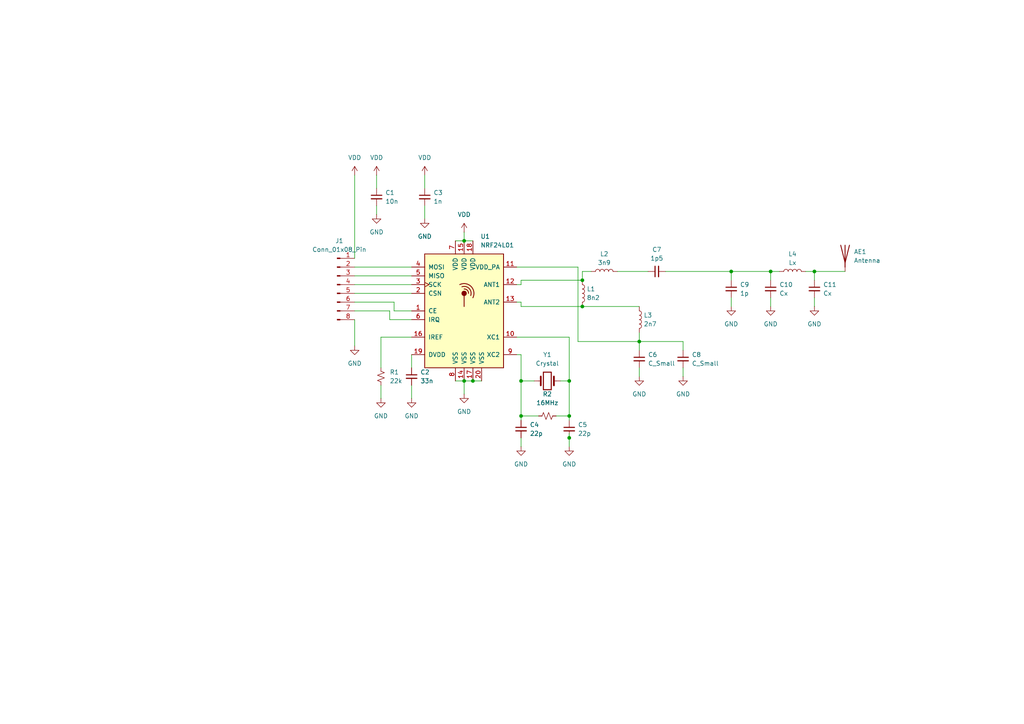
<source format=kicad_sch>
(kicad_sch (version 20231120) (generator "eeschema") (generator_version "8.0")
  (paper "A4")
  (lib_symbols
    (symbol "Connector:Conn_01x08_Pin" (pin_names (offset 1.016) hide)
      (property "Reference" "J" (at 0 10.16 0))
      (property "Value" "Conn_01x08_Pin" (at 0 -12.7 0))
      (symbol "Conn_01x08_Pin_1_1"
        (polyline (pts (xy 1.27 -10.16) (xy 0.8636 -10.16)) (stroke (width 0.1524)))
        (polyline (pts (xy 1.27 -7.62) (xy 0.8636 -7.62)) (stroke (width 0.1524)))
        (polyline (pts (xy 1.27 -5.08) (xy 0.8636 -5.08)) (stroke (width 0.1524)))
        (polyline (pts (xy 1.27 -2.54) (xy 0.8636 -2.54)) (stroke (width 0.1524)))
        (polyline (pts (xy 1.27 0) (xy 0.8636 0)) (stroke (width 0.1524)))
        (polyline (pts (xy 1.27 2.54) (xy 0.8636 2.54)) (stroke (width 0.1524)))
        (polyline (pts (xy 1.27 5.08) (xy 0.8636 5.08)) (stroke (width 0.1524)))
        (polyline (pts (xy 1.27 7.62) (xy 0.8636 7.62)) (stroke (width 0.1524)))
        (rectangle (start 0.8636 -10.033) (end 0 -10.287) (stroke (width 0.1524)) (fill (type outline)))
        (rectangle (start 0.8636 -7.493) (end 0 -7.747) (stroke (width 0.1524)) (fill (type outline)))
        (rectangle (start 0.8636 -4.953) (end 0 -5.207) (stroke (width 0.1524)) (fill (type outline)))
        (rectangle (start 0.8636 -2.413) (end 0 -2.667) (stroke (width 0.1524)) (fill (type outline)))
        (rectangle (start 0.8636 0.127) (end 0 -0.127) (stroke (width 0.1524)) (fill (type outline)))
        (rectangle (start 0.8636 2.667) (end 0 2.413) (stroke (width 0.1524)) (fill (type outline)))
        (rectangle (start 0.8636 5.207) (end 0 4.953) (stroke (width 0.1524)) (fill (type outline)))
        (rectangle (start 0.8636 7.747) (end 0 7.493) (stroke (width 0.1524)) (fill (type outline)))
        (pin passive line (at 5.08 7.62 180) (length 3.81) (name "Pin_1") (number "1"))
        (pin passive line (at 5.08 5.08 180) (length 3.81) (name "Pin_2") (number "2"))
        (pin passive line (at 5.08 2.54 180) (length 3.81) (name "Pin_3") (number "3"))
        (pin passive line (at 5.08 0 180) (length 3.81) (name "Pin_4") (number "4"))
        (pin passive line (at 5.08 -2.54 180) (length 3.81) (name "Pin_5") (number "5"))
        (pin passive line (at 5.08 -5.08 180) (length 3.81) (name "Pin_6") (number "6"))
        (pin passive line (at 5.08 -7.62 180) (length 3.81) (name "Pin_7") (number "7"))
        (pin passive line (at 5.08 -10.16 180) (length 3.81) (name "Pin_8") (number "8"))
      )
    )
    (symbol "Device:Antenna" (pin_numbers hide) (pin_names (offset 1.016) hide)
      (property "Reference" "AE" (at -1.905 1.905 0))
      (property "Value" "Antenna" (at -1.905 0 0))
      (symbol "Antenna_0_1"
        (polyline (pts (xy 0 2.54) (xy 0 -3.81)) (stroke (width 0.254)))
        (polyline (pts (xy 1.27 2.54) (xy 0 -2.54) (xy -1.27 2.54)) (stroke (width 0.254)))
      )
      (symbol "Antenna_1_1"
        (pin input line (at 0 -5.08 90) (length 2.54) (name "A") (number "1"))
      )
    )
    (symbol "Device:C_Small" (pin_numbers hide) (pin_names (offset 0.254) hide)
      (property "Reference" "C" (at 0.254 1.778 0))
      (property "Value" "C_Small" (at 0.254 -2.032 0))
      (symbol "C_Small_0_1"
        (polyline (pts (xy -1.524 -0.508) (xy 1.524 -0.508)) (stroke (width 0.3302)))
        (polyline (pts (xy -1.524 0.508) (xy 1.524 0.508)) (stroke (width 0.3048)))
      )
      (symbol "C_Small_1_1"
        (pin passive line (at 0 2.54 270) (length 2.032) (name "~") (number "1"))
        (pin passive line (at 0 -2.54 90) (length 2.032) (name "~") (number "2"))
      )
    )
    (symbol "Device:Crystal" (pin_numbers hide) (pin_names (offset 1.016) hide)
      (property "Reference" "Y" (at 0 3.81 0))
      (property "Value" "Crystal" (at 0 -3.81 0))
      (symbol "Crystal_0_1"
        (rectangle (start -1.143 2.54) (end 1.143 -2.54) (stroke (width 0.3048)))
        (polyline (pts (xy -2.54 0) (xy -1.905 0)))
        (polyline (pts (xy -1.905 -1.27) (xy -1.905 1.27)) (stroke (width 0.508)))
        (polyline (pts (xy 1.905 -1.27) (xy 1.905 1.27)) (stroke (width 0.508)))
        (polyline (pts (xy 2.54 0) (xy 1.905 0)))
      )
      (symbol "Crystal_1_1"
        (pin passive line (at -3.81 0 0) (length 1.27) (name "1") (number "1"))
        (pin passive line (at 3.81 0 180) (length 1.27) (name "2") (number "2"))
      )
    )
    (symbol "Device:L" (pin_numbers hide) (pin_names (offset 1.016) hide)
      (property "Reference" "L" (at -1.27 0 90))
      (property "Value" "L" (at 1.905 0 90))
      (symbol "L_0_1"
        (arc (start 0 -2.54) (mid 0.6323 -1.905) (end 0 -1.27))
        (arc (start 0 -1.27) (mid 0.6323 -0.635) (end 0 0))
        (arc (start 0 0) (mid 0.6323 0.635) (end 0 1.27))
        (arc (start 0 1.27) (mid 0.6323 1.905) (end 0 2.54))
      )
      (symbol "L_1_1"
        (pin passive line (at 0 3.81 270) (length 1.27) (name "1") (number "1"))
        (pin passive line (at 0 -3.81 90) (length 1.27) (name "2") (number "2"))
      )
    )
    (symbol "Device:R_Small_US" (pin_numbers hide) (pin_names (offset 0.254) hide)
      (property "Reference" "R" (at 0.762 0.508 0))
      (property "Value" "R_Small_US" (at 0.762 -1.016 0))
      (symbol "R_Small_US_1_1"
        (polyline (pts (xy 0 0) (xy 1.016 -0.381) (xy 0 -0.762) (xy -1.016 -1.143) (xy 0 -1.524)))
        (polyline (pts (xy 0 1.524) (xy 1.016 1.143) (xy 0 0.762) (xy -1.016 0.381) (xy 0 0)))
        (pin passive line (at 0 2.54 270) (length 1.016) (name "~") (number "1"))
        (pin passive line (at 0 -2.54 90) (length 1.016) (name "~") (number "2"))
      )
    )
    (symbol "RF:NRF24L01" (pin_names (offset 1.016))
      (property "Reference" "U" (at -11.43 17.78 0))
      (property "Value" "NRF24L01" (at 5.08 17.78 0))
      (symbol "NRF24L01_0_1"
        (rectangle (start -11.43 16.51) (end 11.43 -16.51) (stroke (width 0.254)) (fill (type background)))
        (polyline (pts (xy 0 4.445) (xy 0 1.27)) (stroke (width 0.254)))
        (circle (center 0 5.08) (radius 0.635) (stroke (width 0.254)) (fill (type outline)))
        (arc (start 1.27 5.08) (mid 0.9071 5.9946) (end 0 6.35) (stroke (width 0.254)))
        (arc (start 1.905 4.445) (mid 1.4313 6.5254) (end -0.635 6.985) (stroke (width 0.254)))
        (arc (start 2.54 3.81) (mid 2.008 7.088) (end -1.27 7.62) (stroke (width 0.254)))
        (rectangle (start 11.43 -13.97) (end 11.43 -13.97))
      )
      (symbol "NRF24L01_1_1"
        (pin input line (at -15.24 0 0) (length 3.81) (name "CE") (number "1"))
        (pin passive line (at 15.24 -7.62 180) (length 3.81) (name "XC1") (number "10"))
        (pin power_out line (at 15.24 12.7 180) (length 3.81) (name "VDD_PA") (number "11"))
        (pin passive line (at 15.24 7.62 180) (length 3.81) (name "ANT1") (number "12"))
        (pin passive line (at 15.24 2.54 180) (length 3.81) (name "ANT2") (number "13"))
        (pin power_in line (at 0 -20.32 90) (length 3.81) (name "VSS") (number "14"))
        (pin power_in line (at 0 20.32 270) (length 3.81) (name "VDD") (number "15"))
        (pin passive line (at -15.24 -7.62 0) (length 3.81) (name "IREF") (number "16"))
        (pin power_in line (at 2.54 -20.32 90) (length 3.81) (name "VSS") (number "17"))
        (pin power_in line (at 2.54 20.32 270) (length 3.81) (name "VDD") (number "18"))
        (pin power_out line (at -15.24 -12.7 0) (length 3.81) (name "DVDD") (number "19"))
        (pin input line (at -15.24 5.08 0) (length 3.81) (name "CSN") (number "2"))
        (pin power_in line (at 5.08 -20.32 90) (length 3.81) (name "VSS") (number "20"))
        (pin input clock (at -15.24 7.62 0) (length 3.81) (name "SCK") (number "3"))
        (pin input line (at -15.24 12.7 0) (length 3.81) (name "MOSI") (number "4"))
        (pin output line (at -15.24 10.16 0) (length 3.81) (name "MISO") (number "5"))
        (pin output line (at -15.24 -2.54 0) (length 3.81) (name "IRQ") (number "6"))
        (pin power_in line (at -2.54 20.32 270) (length 3.81) (name "VDD") (number "7"))
        (pin power_in line (at -2.54 -20.32 90) (length 3.81) (name "VSS") (number "8"))
        (pin passive line (at 15.24 -12.7 180) (length 3.81) (name "XC2") (number "9"))
      )
    )
    (symbol "power:GND" (power) (pin_numbers hide) (pin_names (offset 0) hide)
      (property "Value" "GND" (at 0 -3.81 0))
      (symbol "GND_0_1"
        (polyline (pts (xy 0 0) (xy 0 -1.27) (xy 1.27 -1.27) (xy 0 -2.54) (xy -1.27 -1.27) (xy 0 -1.27)))
      )
      (symbol "GND_1_1"
        (pin power_in line (at 0 0 270) (length 0) (name "~") (number "1"))
      )
    )
    (symbol "power:VDD" (power) (pin_numbers hide) (pin_names (offset 0) hide)
      (property "Value" "VDD" (at 0 3.556 0))
      (symbol "VDD_0_1"
        (polyline (pts (xy -0.762 1.27) (xy 0 2.54)))
        (polyline (pts (xy 0 0) (xy 0 2.54)))
        (polyline (pts (xy 0 2.54) (xy 0.762 1.27)))
      )
      (symbol "VDD_1_1"
        (pin power_in line (at 0 0 90) (length 0) (name "~") (number "1"))
      )
    )
  )
  (junction (at 165.1 127))
  (junction (at 134.62 110.49))
  (junction (at 236.22 78.74))
  (junction (at 165.1 110.49))
  (junction (at 151.13 110.49))
  (junction (at 212.09 78.74))
  (junction (at 223.52 78.74))
  (junction (at 137.16 110.49))
  (junction (at 134.62 69.85))
  (junction (at 168.91 88.9))
  (junction (at 185.42 99.06))
  (junction (at 168.91 81.28))
  (junction (at 165.1 120.65))
  (junction (at 151.13 120.65))
  (wire (pts (xy 212.09 78.74) (xy 212.09 81.28)))
  (wire (pts (xy 223.52 78.74) (xy 226.06 78.74)))
  (wire (pts (xy 198.12 101.6) (xy 198.12 99.06)))
  (wire (pts (xy 119.38 102.87) (xy 119.38 106.68)))
  (wire (pts (xy 134.62 69.85) (xy 137.16 69.85)))
  (wire (pts (xy 162.56 110.49) (xy 165.1 110.49)))
  (wire (pts (xy 151.13 88.9) (xy 151.13 87.63)))
  (wire (pts (xy 165.1 125.73) (xy 165.1 127)))
  (wire (pts (xy 151.13 110.49) (xy 151.13 102.87)))
  (wire (pts (xy 165.1 110.49) (xy 165.1 120.65)))
  (wire (pts (xy 134.62 110.49) (xy 134.62 114.3)))
  (wire (pts (xy 185.42 106.68) (xy 185.42 109.22)))
  (wire (pts (xy 134.62 67.31) (xy 134.62 69.85)))
  (wire (pts (xy 102.87 87.63) (xy 114.3 87.63)))
  (wire (pts (xy 236.22 78.74) (xy 233.68 78.74)))
  (wire (pts (xy 168.91 78.74) (xy 168.91 81.28)))
  (wire (pts (xy 212.09 86.36) (xy 212.09 88.9)))
  (wire (pts (xy 151.13 120.65) (xy 151.13 110.49)))
  (wire (pts (xy 165.1 127) (xy 165.1 129.54)))
  (wire (pts (xy 212.09 78.74) (xy 223.52 78.74)))
  (wire (pts (xy 102.87 50.8) (xy 102.87 74.93)))
  (wire (pts (xy 167.64 99.06) (xy 185.42 99.06)))
  (wire (pts (xy 110.49 97.79) (xy 119.38 97.79)))
  (wire (pts (xy 109.22 50.8) (xy 109.22 54.61)))
  (wire (pts (xy 185.42 99.06) (xy 185.42 96.52)))
  (wire (pts (xy 102.87 82.55) (xy 119.38 82.55)))
  (wire (pts (xy 151.13 87.63) (xy 149.86 87.63)))
  (wire (pts (xy 168.91 88.9) (xy 151.13 88.9)))
  (wire (pts (xy 132.08 110.49) (xy 134.62 110.49)))
  (wire (pts (xy 137.16 110.49) (xy 139.7 110.49)))
  (wire (pts (xy 114.3 90.17) (xy 119.38 90.17)))
  (wire (pts (xy 102.87 90.17) (xy 113.03 90.17)))
  (wire (pts (xy 161.29 120.65) (xy 165.1 120.65)))
  (wire (pts (xy 113.03 90.17) (xy 113.03 92.71)))
  (wire (pts (xy 151.13 127) (xy 151.13 129.54)))
  (wire (pts (xy 102.87 92.71) (xy 102.87 100.33)))
  (wire (pts (xy 109.22 59.69) (xy 109.22 62.23)))
  (wire (pts (xy 165.1 120.65) (xy 165.1 121.92)))
  (wire (pts (xy 167.64 77.47) (xy 167.64 99.06)))
  (wire (pts (xy 151.13 121.92) (xy 151.13 120.65)))
  (wire (pts (xy 102.87 85.09) (xy 119.38 85.09)))
  (wire (pts (xy 151.13 102.87) (xy 149.86 102.87)))
  (wire (pts (xy 185.42 99.06) (xy 185.42 101.6)))
  (wire (pts (xy 171.45 78.74) (xy 168.91 78.74)))
  (wire (pts (xy 113.03 92.71) (xy 119.38 92.71)))
  (wire (pts (xy 236.22 86.36) (xy 236.22 88.9)))
  (wire (pts (xy 149.86 77.47) (xy 167.64 77.47)))
  (wire (pts (xy 134.62 110.49) (xy 137.16 110.49)))
  (wire (pts (xy 223.52 86.36) (xy 223.52 88.9)))
  (wire (pts (xy 185.42 88.9) (xy 168.91 88.9)))
  (wire (pts (xy 119.38 111.76) (xy 119.38 115.57)))
  (wire (pts (xy 102.87 77.47) (xy 119.38 77.47)))
  (wire (pts (xy 198.12 99.06) (xy 185.42 99.06)))
  (wire (pts (xy 110.49 111.76) (xy 110.49 115.57)))
  (wire (pts (xy 110.49 106.68) (xy 110.49 97.79)))
  (wire (pts (xy 151.13 120.65) (xy 156.21 120.65)))
  (wire (pts (xy 236.22 78.74) (xy 245.11 78.74)))
  (wire (pts (xy 149.86 82.55) (xy 151.13 82.55)))
  (wire (pts (xy 151.13 82.55) (xy 151.13 81.28)))
  (wire (pts (xy 165.1 97.79) (xy 165.1 110.49)))
  (wire (pts (xy 123.19 50.8) (xy 123.19 54.61)))
  (wire (pts (xy 114.3 87.63) (xy 114.3 90.17)))
  (wire (pts (xy 179.07 78.74) (xy 187.96 78.74)))
  (wire (pts (xy 236.22 81.28) (xy 236.22 78.74)))
  (wire (pts (xy 193.04 78.74) (xy 212.09 78.74)))
  (wire (pts (xy 102.87 80.01) (xy 119.38 80.01)))
  (wire (pts (xy 151.13 110.49) (xy 154.94 110.49)))
  (wire (pts (xy 132.08 69.85) (xy 134.62 69.85)))
  (wire (pts (xy 149.86 97.79) (xy 165.1 97.79)))
  (wire (pts (xy 151.13 81.28) (xy 168.91 81.28)))
  (wire (pts (xy 198.12 106.68) (xy 198.12 109.22)))
  (wire (pts (xy 223.52 78.74) (xy 223.52 81.28)))
  (wire (pts (xy 123.19 59.69) (xy 123.19 63.5)))
  (symbol (lib_id "Device:Crystal") (at 158.75 110.49 0) (unit 1)
    (property "Reference" "Y1" (at 158.75 102.87 0))
    (property "Value" "Crystal" (at 158.75 105.41 0))
    (property "Footprint" "Crystal:Crystal_SMD_3215-2Pin_3.2x1.5mm" (effects (hide yes)))
    (property "Description" "Two pin crystal" (effects (hide yes)))
  )
  (symbol (lib_id "power:GND") (at 110.49 115.57 0) (unit 1)
    (property "Reference" "#PWR05" (effects (hide yes)))
    (property "Value" "GND" (at 110.49 120.65 0))
    (property "Description" "Power symbol creates a global label with name \"GND\" , ground" (effects (hide yes)))
  )
  (symbol (lib_id "Device:L") (at 229.87 78.74 90) (unit 1)
    (property "Reference" "L4" (at 229.87 73.66 90))
    (property "Value" "Lx" (at 229.87 76.2 90))
    (property "Footprint" "Inductor_SMD:L_0402_1005Metric" (effects (hide yes)))
    (property "Description" "Inductor" (effects (hide yes)))
  )
  (symbol (lib_id "Device:C_Small") (at 190.5 78.74 90) (unit 1)
    (property "Reference" "C7" (at 190.5063 72.39 90))
    (property "Value" "1p5" (at 190.5063 74.93 90))
    (property "Footprint" "Capacitor_SMD:C_0402_1005Metric" (effects (hide yes)))
    (property "Description" "Unpolarized capacitor, small symbol" (effects (hide yes)))
  )
  (symbol (lib_id "Device:L") (at 175.26 78.74 90) (unit 1)
    (property "Reference" "L2" (at 175.26 73.66 90))
    (property "Value" "3n9" (at 175.26 76.2 90))
    (property "Footprint" "Inductor_SMD:L_0402_1005Metric" (effects (hide yes)))
    (property "Description" "Inductor" (effects (hide yes)))
  )
  (symbol (lib_id "Device:R_Small_US") (at 110.49 109.22 0) (unit 1)
    (property "Reference" "R1" (at 113.03 107.9499 0) (effects (justify left)))
    (property "Value" "22k" (at 113.03 110.4899 0) (effects (justify left)))
    (property "Footprint" "Resistor_SMD:R_0402_1005Metric" (effects (hide yes)))
    (property "Description" "Resistor, small US symbol" (effects (hide yes)))
  )
  (symbol (lib_id "Device:C_Small") (at 198.12 104.14 0) (unit 1)
    (property "Reference" "C8" (at 200.66 102.8762 0) (effects (justify left)))
    (property "Value" "C_Small" (at 200.66 105.4162 0) (effects (justify left)))
    (property "Footprint" "Capacitor_SMD:C_0402_1005Metric" (effects (hide yes)))
    (property "Description" "Unpolarized capacitor, small symbol" (effects (hide yes)))
  )
  (symbol (lib_id "Device:C_Small") (at 223.52 83.82 0) (unit 1)
    (property "Reference" "C10" (at 226.06 82.5562 0) (effects (justify left)))
    (property "Value" "Cx" (at 226.06 85.0962 0) (effects (justify left)))
    (property "Footprint" "Capacitor_SMD:C_0402_1005Metric" (effects (hide yes)))
    (property "Description" "Unpolarized capacitor, small symbol" (effects (hide yes)))
  )
  (symbol (lib_id "power:GND") (at 212.09 88.9 0) (unit 1)
    (property "Reference" "#PWR015" (effects (hide yes)))
    (property "Value" "GND" (at 212.09 93.98 0))
    (property "Description" "Power symbol creates a global label with name \"GND\" , ground" (effects (hide yes)))
  )
  (symbol (lib_id "Device:C_Small") (at 212.09 83.82 0) (unit 1)
    (property "Reference" "C9" (at 214.63 82.5562 0) (effects (justify left)))
    (property "Value" "1p" (at 214.63 85.0962 0) (effects (justify left)))
    (property "Footprint" "Capacitor_SMD:C_0402_1005Metric" (effects (hide yes)))
    (property "Description" "Unpolarized capacitor, small symbol" (effects (hide yes)))
  )
  (symbol (lib_id "power:VDD") (at 109.22 50.8 0) (unit 1)
    (property "Reference" "#PWR03" (effects (hide yes)))
    (property "Value" "VDD" (at 109.22 45.72 0))
    (property "Description" "Power symbol creates a global label with name \"VDD\"" (effects (hide yes)))
  )
  (symbol (lib_id "Device:C_Small") (at 165.1 124.46 0) (unit 1)
    (property "Reference" "C5" (at 167.64 123.1962 0) (effects (justify left)))
    (property "Value" "22p" (at 167.64 125.7362 0) (effects (justify left)))
    (property "Footprint" "Capacitor_SMD:C_0402_1005Metric" (effects (hide yes)))
    (property "Description" "Unpolarized capacitor, small symbol" (effects (hide yes)))
  )
  (symbol (lib_id "Device:C_Small") (at 109.22 57.15 0) (unit 1)
    (property "Reference" "C1" (at 111.76 55.8862 0) (effects (justify left)))
    (property "Value" "10n" (at 111.76 58.4262 0) (effects (justify left)))
    (property "Footprint" "Capacitor_SMD:C_0402_1005Metric" (effects (hide yes)))
    (property "Description" "Unpolarized capacitor, small symbol" (effects (hide yes)))
  )
  (symbol (lib_id "power:GND") (at 123.19 63.5 0) (unit 1)
    (property "Reference" "#PWR08" (effects (hide yes)))
    (property "Value" "GND" (at 123.19 68.58 0))
    (property "Description" "Power symbol creates a global label with name \"GND\" , ground" (effects (hide yes)))
  )
  (symbol (lib_id "power:GND") (at 109.22 62.23 0) (unit 1)
    (property "Reference" "#PWR04" (effects (hide yes)))
    (property "Value" "GND" (at 109.22 67.31 0))
    (property "Description" "Power symbol creates a global label with name \"GND\" , ground" (effects (hide yes)))
  )
  (symbol (lib_id "Device:C_Small") (at 236.22 83.82 0) (unit 1)
    (property "Reference" "C11" (at 238.76 82.5562 0) (effects (justify left)))
    (property "Value" "Cx" (at 238.76 85.0962 0) (effects (justify left)))
    (property "Footprint" "Capacitor_SMD:C_0402_1005Metric" (effects (hide yes)))
    (property "Description" "Unpolarized capacitor, small symbol" (effects (hide yes)))
  )
  (symbol (lib_id "power:GND") (at 236.22 88.9 0) (unit 1)
    (property "Reference" "#PWR017" (effects (hide yes)))
    (property "Value" "GND" (at 236.22 93.98 0))
    (property "Description" "Power symbol creates a global label with name \"GND\" , ground" (effects (hide yes)))
  )
  (symbol (lib_id "power:GND") (at 119.38 115.57 0) (unit 1)
    (property "Reference" "#PWR06" (effects (hide yes)))
    (property "Value" "GND" (at 119.38 120.65 0))
    (property "Description" "Power symbol creates a global label with name \"GND\" , ground" (effects (hide yes)))
  )
  (symbol (lib_id "Device:C_Small") (at 123.19 57.15 0) (unit 1)
    (property "Reference" "C3" (at 125.73 55.8862 0) (effects (justify left)))
    (property "Value" "1n" (at 125.73 58.4262 0) (effects (justify left)))
    (property "Footprint" "Capacitor_SMD:C_0402_1005Metric" (effects (hide yes)))
    (property "Description" "Unpolarized capacitor, small symbol" (effects (hide yes)))
  )
  (symbol (lib_id "Device:L") (at 168.91 85.09 0) (unit 1)
    (property "Reference" "L1" (at 170.18 83.8199 0) (effects (justify left)))
    (property "Value" "8n2" (at 170.18 86.3599 0) (effects (justify left)))
    (property "Footprint" "Inductor_SMD:L_0402_1005Metric" (effects (hide yes)))
    (property "Description" "Inductor" (effects (hide yes)))
  )
  (symbol (lib_id "power:GND") (at 165.1 129.54 0) (unit 1)
    (property "Reference" "#PWR012" (effects (hide yes)))
    (property "Value" "GND" (at 165.1 134.62 0))
    (property "Description" "Power symbol creates a global label with name \"GND\" , ground" (effects (hide yes)))
  )
  (symbol (lib_id "RF:NRF24L01") (at 134.62 90.17 0) (unit 1)
    (property "Reference" "U1" (at 139.3541 68.58 0) (effects (justify left)))
    (property "Value" "NRF24L01" (at 139.3541 71.12 0) (effects (justify left)))
    (property "Footprint" "Package_DFN_QFN:QFN-20-1EP_4x4mm_P0.5mm_EP2.5x2.5mm" (effects (hide yes)))
    (property "Datasheet" "http://www.nordicsemi.com/eng/content/download/2730/34105/file/nRF24L01_Product_Specification_v2_0.pdf" (effects (hide yes)))
    (property "Description" "Ultra low power 2.4GHz RF Transceiver, QFN-20" (effects (hide yes)))
  )
  (symbol (lib_id "power:GND") (at 134.62 114.3 0) (unit 1)
    (property "Reference" "#PWR010" (effects (hide yes)))
    (property "Value" "GND" (at 134.62 119.38 0))
    (property "Description" "Power symbol creates a global label with name \"GND\" , ground" (effects (hide yes)))
  )
  (symbol (lib_id "power:VDD") (at 134.62 67.31 0) (unit 1)
    (property "Reference" "#PWR09" (effects (hide yes)))
    (property "Value" "VDD" (at 134.62 62.23 0))
    (property "Description" "Power symbol creates a global label with name \"VDD\"" (effects (hide yes)))
  )
  (symbol (lib_id "power:GND") (at 185.42 109.22 0) (unit 1)
    (property "Reference" "#PWR013" (effects (hide yes)))
    (property "Value" "GND" (at 185.42 114.3 0))
    (property "Description" "Power symbol creates a global label with name \"GND\" , ground" (effects (hide yes)))
  )
  (symbol (lib_id "Device:C_Small") (at 185.42 104.14 0) (unit 1)
    (property "Reference" "C6" (at 187.96 102.8762 0) (effects (justify left)))
    (property "Value" "C_Small" (at 187.96 105.4162 0) (effects (justify left)))
    (property "Footprint" "Capacitor_SMD:C_0402_1005Metric" (effects (hide yes)))
    (property "Description" "Unpolarized capacitor, small symbol" (effects (hide yes)))
  )
  (symbol (lib_id "Device:C_Small") (at 119.38 109.22 0) (unit 1)
    (property "Reference" "C2" (at 121.92 107.9562 0) (effects (justify left)))
    (property "Value" "33n" (at 121.92 110.4962 0) (effects (justify left)))
    (property "Footprint" "Capacitor_SMD:C_0402_1005Metric" (effects (hide yes)))
    (property "Description" "Unpolarized capacitor, small symbol" (effects (hide yes)))
  )
  (symbol (lib_id "Device:C_Small") (at 151.13 124.46 0) (unit 1)
    (property "Reference" "C4" (at 153.67 123.1962 0) (effects (justify left)))
    (property "Value" "22p" (at 153.67 125.7362 0) (effects (justify left)))
    (property "Footprint" "Capacitor_SMD:C_0402_1005Metric" (effects (hide yes)))
    (property "Description" "Unpolarized capacitor, small symbol" (effects (hide yes)))
  )
  (symbol (lib_id "power:GND") (at 198.12 109.22 0) (unit 1)
    (property "Reference" "#PWR014" (effects (hide yes)))
    (property "Value" "GND" (at 198.12 114.3 0))
    (property "Description" "Power symbol creates a global label with name \"GND\" , ground" (effects (hide yes)))
  )
  (symbol (lib_id "power:VDD") (at 123.19 50.8 0) (unit 1)
    (property "Reference" "#PWR07" (effects (hide yes)))
    (property "Value" "VDD" (at 123.19 45.72 0))
    (property "Description" "Power symbol creates a global label with name \"VDD\"" (effects (hide yes)))
  )
  (symbol (lib_id "Device:Antenna") (at 245.11 73.66 0) (unit 1)
    (property "Reference" "AE1" (at 247.65 73.0249 0) (effects (justify left)))
    (property "Value" "Antenna" (at 247.65 75.5649 0) (effects (justify left)))
    (property "Footprint" "RF_Antenna:Texas_SWRA117D_2.4GHz_Right" (effects (hide yes)))
    (property "Description" "Antenna" (effects (hide yes)))
  )
  (symbol (lib_id "power:GND") (at 151.13 129.54 0) (unit 1)
    (property "Reference" "#PWR011" (effects (hide yes)))
    (property "Value" "GND" (at 151.13 134.62 0))
    (property "Description" "Power symbol creates a global label with name \"GND\" , ground" (effects (hide yes)))
  )
  (symbol (lib_id "Device:R_Small_US") (at 158.75 120.65 90) (unit 1)
    (property "Reference" "R2" (at 158.75 114.3 90))
    (property "Value" "16MHz" (at 158.75 116.84 90))
    (property "Footprint" "Resistor_SMD:R_0402_1005Metric" (effects (hide yes)))
    (property "Description" "Resistor, small US symbol" (effects (hide yes)))
  )
  (symbol (lib_id "power:GND") (at 102.87 100.33 0) (unit 1)
    (property "Reference" "#PWR02" (effects (hide yes)))
    (property "Value" "GND" (at 102.87 105.41 0))
    (property "Description" "Power symbol creates a global label with name \"GND\" , ground" (effects (hide yes)))
  )
  (symbol (lib_id "Connector:Conn_01x08_Pin") (at 97.79 82.55 0) (unit 1)
    (property "Reference" "J1" (at 98.425 69.85 0))
    (property "Value" "Conn_01x08_Pin" (at 98.425 72.39 0))
    (property "Footprint" "Connector_Hirose:Hirose_DF13-08P-1.25DSA_1x08_P1.25mm_Vertical" (effects (hide yes)))
    (property "Description" "Generic connector, single row, 01x08, script generated" (effects (hide yes)))
  )
  (symbol (lib_id "power:VDD") (at 102.87 50.8 0) (unit 1)
    (property "Reference" "#PWR01" (effects (hide yes)))
    (property "Value" "VDD" (at 102.87 45.72 0))
    (property "Description" "Power symbol creates a global label with name \"VDD\"" (effects (hide yes)))
  )
  (symbol (lib_id "Device:L") (at 185.42 92.71 0) (unit 1)
    (property "Reference" "L3" (at 186.69 91.4399 0) (effects (justify left)))
    (property "Value" "2n7" (at 186.69 93.9799 0) (effects (justify left)))
    (property "Footprint" "Inductor_SMD:L_0402_1005Metric" (effects (hide yes)))
    (property "Description" "Inductor" (effects (hide yes)))
  )
  (symbol (lib_id "power:GND") (at 223.52 88.9 0) (unit 1)
    (property "Reference" "#PWR016" (effects (hide yes)))
    (property "Value" "GND" (at 223.52 93.98 0))
    (property "Description" "Power symbol creates a global label with name \"GND\" , ground" (effects (hide yes)))
  )
)
</source>
